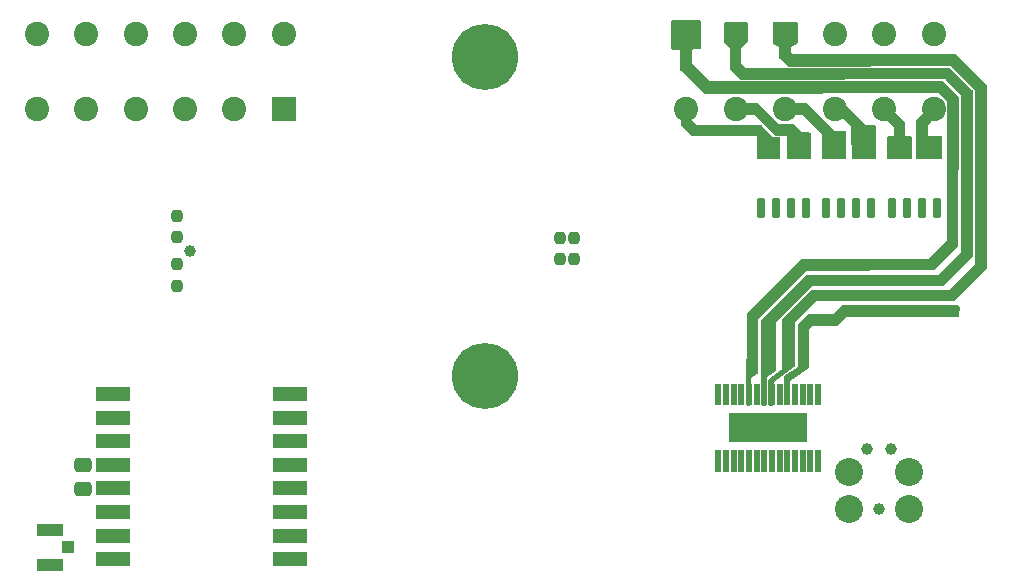
<source format=gbr>
%TF.GenerationSoftware,KiCad,Pcbnew,(6.0.2)*%
%TF.CreationDate,2022-04-26T10:25:04-06:00*%
%TF.ProjectId,CONEPROJ,434f4e45-5052-44f4-9a2e-6b696361645f,rev?*%
%TF.SameCoordinates,Original*%
%TF.FileFunction,Soldermask,Bot*%
%TF.FilePolarity,Negative*%
%FSLAX46Y46*%
G04 Gerber Fmt 4.6, Leading zero omitted, Abs format (unit mm)*
G04 Created by KiCad (PCBNEW (6.0.2)) date 2022-04-26 10:25:04*
%MOMM*%
%LPD*%
G01*
G04 APERTURE LIST*
G04 Aperture macros list*
%AMRoundRect*
0 Rectangle with rounded corners*
0 $1 Rounding radius*
0 $2 $3 $4 $5 $6 $7 $8 $9 X,Y pos of 4 corners*
0 Add a 4 corners polygon primitive as box body*
4,1,4,$2,$3,$4,$5,$6,$7,$8,$9,$2,$3,0*
0 Add four circle primitives for the rounded corners*
1,1,$1+$1,$2,$3*
1,1,$1+$1,$4,$5*
1,1,$1+$1,$6,$7*
1,1,$1+$1,$8,$9*
0 Add four rect primitives between the rounded corners*
20,1,$1+$1,$2,$3,$4,$5,0*
20,1,$1+$1,$4,$5,$6,$7,0*
20,1,$1+$1,$6,$7,$8,$9,0*
20,1,$1+$1,$8,$9,$2,$3,0*%
G04 Aperture macros list end*
%ADD10C,0.010000*%
%ADD11C,5.600000*%
%ADD12C,2.374900*%
%ADD13C,0.990600*%
%ADD14R,2.056000X2.056000*%
%ADD15C,2.056000*%
%ADD16RoundRect,0.150000X0.150000X-0.725000X0.150000X0.725000X-0.150000X0.725000X-0.150000X-0.725000X0*%
%ADD17RoundRect,0.237500X-0.237500X0.250000X-0.237500X-0.250000X0.237500X-0.250000X0.237500X0.250000X0*%
%ADD18R,3.000000X1.200000*%
%ADD19RoundRect,0.250000X0.475000X-0.337500X0.475000X0.337500X-0.475000X0.337500X-0.475000X-0.337500X0*%
%ADD20C,1.000000*%
%ADD21R,2.200000X1.050000*%
%ADD22R,1.050000X1.000000*%
G04 APERTURE END LIST*
D10*
%TO.C,U4*%
X86480000Y-74652500D02*
X86480000Y-76392500D01*
X86480000Y-76392500D02*
X86920000Y-76392500D01*
X86920000Y-76392500D02*
X86920000Y-74652500D01*
X86920000Y-74652500D02*
X86480000Y-74652500D01*
G36*
X86920000Y-76392500D02*
G01*
X86480000Y-76392500D01*
X86480000Y-74652500D01*
X86920000Y-74652500D01*
X86920000Y-76392500D01*
G37*
X86920000Y-76392500D02*
X86480000Y-76392500D01*
X86480000Y-74652500D01*
X86920000Y-74652500D01*
X86920000Y-76392500D01*
X87780000Y-80252500D02*
X87780000Y-81992500D01*
X87780000Y-81992500D02*
X88220000Y-81992500D01*
X88220000Y-81992500D02*
X88220000Y-80252500D01*
X88220000Y-80252500D02*
X87780000Y-80252500D01*
G36*
X88220000Y-81992500D02*
G01*
X87780000Y-81992500D01*
X87780000Y-80252500D01*
X88220000Y-80252500D01*
X88220000Y-81992500D01*
G37*
X88220000Y-81992500D02*
X87780000Y-81992500D01*
X87780000Y-80252500D01*
X88220000Y-80252500D01*
X88220000Y-81992500D01*
X94280000Y-80252500D02*
X94280000Y-81992500D01*
X94280000Y-81992500D02*
X94720000Y-81992500D01*
X94720000Y-81992500D02*
X94720000Y-80252500D01*
X94720000Y-80252500D02*
X94280000Y-80252500D01*
G36*
X94720000Y-81992500D02*
G01*
X94280000Y-81992500D01*
X94280000Y-80252500D01*
X94720000Y-80252500D01*
X94720000Y-81992500D01*
G37*
X94720000Y-81992500D02*
X94280000Y-81992500D01*
X94280000Y-80252500D01*
X94720000Y-80252500D01*
X94720000Y-81992500D01*
X89730000Y-74652500D02*
X89730000Y-76392500D01*
X89730000Y-76392500D02*
X90170000Y-76392500D01*
X90170000Y-76392500D02*
X90170000Y-74652500D01*
X90170000Y-74652500D02*
X89730000Y-74652500D01*
G36*
X90170000Y-76392500D02*
G01*
X89730000Y-76392500D01*
X89730000Y-74652500D01*
X90170000Y-74652500D01*
X90170000Y-76392500D01*
G37*
X90170000Y-76392500D02*
X89730000Y-76392500D01*
X89730000Y-74652500D01*
X90170000Y-74652500D01*
X90170000Y-76392500D01*
X89730000Y-80252500D02*
X89730000Y-81992500D01*
X89730000Y-81992500D02*
X90170000Y-81992500D01*
X90170000Y-81992500D02*
X90170000Y-80252500D01*
X90170000Y-80252500D02*
X89730000Y-80252500D01*
G36*
X90170000Y-81992500D02*
G01*
X89730000Y-81992500D01*
X89730000Y-80252500D01*
X90170000Y-80252500D01*
X90170000Y-81992500D01*
G37*
X90170000Y-81992500D02*
X89730000Y-81992500D01*
X89730000Y-80252500D01*
X90170000Y-80252500D01*
X90170000Y-81992500D01*
X94930000Y-80252500D02*
X94930000Y-81992500D01*
X94930000Y-81992500D02*
X95370000Y-81992500D01*
X95370000Y-81992500D02*
X95370000Y-80252500D01*
X95370000Y-80252500D02*
X94930000Y-80252500D01*
G36*
X95370000Y-81992500D02*
G01*
X94930000Y-81992500D01*
X94930000Y-80252500D01*
X95370000Y-80252500D01*
X95370000Y-81992500D01*
G37*
X95370000Y-81992500D02*
X94930000Y-81992500D01*
X94930000Y-80252500D01*
X95370000Y-80252500D01*
X95370000Y-81992500D01*
X87695000Y-77122500D02*
X87695000Y-79522500D01*
X87695000Y-79522500D02*
X94155000Y-79522500D01*
X94155000Y-79522500D02*
X94155000Y-77122500D01*
X94155000Y-77122500D02*
X87695000Y-77122500D01*
G36*
X94155000Y-79522500D02*
G01*
X87695000Y-79522500D01*
X87695000Y-77122500D01*
X94155000Y-77122500D01*
X94155000Y-79522500D01*
G37*
X94155000Y-79522500D02*
X87695000Y-79522500D01*
X87695000Y-77122500D01*
X94155000Y-77122500D01*
X94155000Y-79522500D01*
X93630000Y-80252500D02*
X93630000Y-81992500D01*
X93630000Y-81992500D02*
X94070000Y-81992500D01*
X94070000Y-81992500D02*
X94070000Y-80252500D01*
X94070000Y-80252500D02*
X93630000Y-80252500D01*
G36*
X94070000Y-81992500D02*
G01*
X93630000Y-81992500D01*
X93630000Y-80252500D01*
X94070000Y-80252500D01*
X94070000Y-81992500D01*
G37*
X94070000Y-81992500D02*
X93630000Y-81992500D01*
X93630000Y-80252500D01*
X94070000Y-80252500D01*
X94070000Y-81992500D01*
X92980000Y-80252500D02*
X92980000Y-81992500D01*
X92980000Y-81992500D02*
X93420000Y-81992500D01*
X93420000Y-81992500D02*
X93420000Y-80252500D01*
X93420000Y-80252500D02*
X92980000Y-80252500D01*
G36*
X93420000Y-81992500D02*
G01*
X92980000Y-81992500D01*
X92980000Y-80252500D01*
X93420000Y-80252500D01*
X93420000Y-81992500D01*
G37*
X93420000Y-81992500D02*
X92980000Y-81992500D01*
X92980000Y-80252500D01*
X93420000Y-80252500D01*
X93420000Y-81992500D01*
X86480000Y-80252500D02*
X86480000Y-81992500D01*
X86480000Y-81992500D02*
X86920000Y-81992500D01*
X86920000Y-81992500D02*
X86920000Y-80252500D01*
X86920000Y-80252500D02*
X86480000Y-80252500D01*
G36*
X86920000Y-81992500D02*
G01*
X86480000Y-81992500D01*
X86480000Y-80252500D01*
X86920000Y-80252500D01*
X86920000Y-81992500D01*
G37*
X86920000Y-81992500D02*
X86480000Y-81992500D01*
X86480000Y-80252500D01*
X86920000Y-80252500D01*
X86920000Y-81992500D01*
X94930000Y-74652500D02*
X94930000Y-76392500D01*
X94930000Y-76392500D02*
X95370000Y-76392500D01*
X95370000Y-76392500D02*
X95370000Y-74652500D01*
X95370000Y-74652500D02*
X94930000Y-74652500D01*
G36*
X95370000Y-76392500D02*
G01*
X94930000Y-76392500D01*
X94930000Y-74652500D01*
X95370000Y-74652500D01*
X95370000Y-76392500D01*
G37*
X95370000Y-76392500D02*
X94930000Y-76392500D01*
X94930000Y-74652500D01*
X95370000Y-74652500D01*
X95370000Y-76392500D01*
X92330000Y-74652500D02*
X92330000Y-76392500D01*
X92330000Y-76392500D02*
X92770000Y-76392500D01*
X92770000Y-76392500D02*
X92770000Y-74652500D01*
X92770000Y-74652500D02*
X92330000Y-74652500D01*
G36*
X92770000Y-76392500D02*
G01*
X92330000Y-76392500D01*
X92330000Y-74652500D01*
X92770000Y-74652500D01*
X92770000Y-76392500D01*
G37*
X92770000Y-76392500D02*
X92330000Y-76392500D01*
X92330000Y-74652500D01*
X92770000Y-74652500D01*
X92770000Y-76392500D01*
X87130000Y-80252500D02*
X87130000Y-81992500D01*
X87130000Y-81992500D02*
X87570000Y-81992500D01*
X87570000Y-81992500D02*
X87570000Y-80252500D01*
X87570000Y-80252500D02*
X87130000Y-80252500D01*
G36*
X87570000Y-81992500D02*
G01*
X87130000Y-81992500D01*
X87130000Y-80252500D01*
X87570000Y-80252500D01*
X87570000Y-81992500D01*
G37*
X87570000Y-81992500D02*
X87130000Y-81992500D01*
X87130000Y-80252500D01*
X87570000Y-80252500D01*
X87570000Y-81992500D01*
X93630000Y-74652500D02*
X93630000Y-76392500D01*
X93630000Y-76392500D02*
X94070000Y-76392500D01*
X94070000Y-76392500D02*
X94070000Y-74652500D01*
X94070000Y-74652500D02*
X93630000Y-74652500D01*
G36*
X94070000Y-76392500D02*
G01*
X93630000Y-76392500D01*
X93630000Y-74652500D01*
X94070000Y-74652500D01*
X94070000Y-76392500D01*
G37*
X94070000Y-76392500D02*
X93630000Y-76392500D01*
X93630000Y-74652500D01*
X94070000Y-74652500D01*
X94070000Y-76392500D01*
X87130000Y-74652500D02*
X87130000Y-76392500D01*
X87130000Y-76392500D02*
X87570000Y-76392500D01*
X87570000Y-76392500D02*
X87570000Y-74652500D01*
X87570000Y-74652500D02*
X87130000Y-74652500D01*
G36*
X87570000Y-76392500D02*
G01*
X87130000Y-76392500D01*
X87130000Y-74652500D01*
X87570000Y-74652500D01*
X87570000Y-76392500D01*
G37*
X87570000Y-76392500D02*
X87130000Y-76392500D01*
X87130000Y-74652500D01*
X87570000Y-74652500D01*
X87570000Y-76392500D01*
X94280000Y-74652500D02*
X94280000Y-76392500D01*
X94280000Y-76392500D02*
X94720000Y-76392500D01*
X94720000Y-76392500D02*
X94720000Y-74652500D01*
X94720000Y-74652500D02*
X94280000Y-74652500D01*
G36*
X94720000Y-76392500D02*
G01*
X94280000Y-76392500D01*
X94280000Y-74652500D01*
X94720000Y-74652500D01*
X94720000Y-76392500D01*
G37*
X94720000Y-76392500D02*
X94280000Y-76392500D01*
X94280000Y-74652500D01*
X94720000Y-74652500D01*
X94720000Y-76392500D01*
X91030000Y-74652500D02*
X91030000Y-76392500D01*
X91030000Y-76392500D02*
X91470000Y-76392500D01*
X91470000Y-76392500D02*
X91470000Y-74652500D01*
X91470000Y-74652500D02*
X91030000Y-74652500D01*
G36*
X91470000Y-76392500D02*
G01*
X91030000Y-76392500D01*
X91030000Y-74652500D01*
X91470000Y-74652500D01*
X91470000Y-76392500D01*
G37*
X91470000Y-76392500D02*
X91030000Y-76392500D01*
X91030000Y-74652500D01*
X91470000Y-74652500D01*
X91470000Y-76392500D01*
X90380000Y-74652500D02*
X90380000Y-76392500D01*
X90380000Y-76392500D02*
X90820000Y-76392500D01*
X90820000Y-76392500D02*
X90820000Y-74652500D01*
X90820000Y-74652500D02*
X90380000Y-74652500D01*
G36*
X90820000Y-76392500D02*
G01*
X90380000Y-76392500D01*
X90380000Y-74652500D01*
X90820000Y-74652500D01*
X90820000Y-76392500D01*
G37*
X90820000Y-76392500D02*
X90380000Y-76392500D01*
X90380000Y-74652500D01*
X90820000Y-74652500D01*
X90820000Y-76392500D01*
X92330000Y-80252500D02*
X92330000Y-81992500D01*
X92330000Y-81992500D02*
X92770000Y-81992500D01*
X92770000Y-81992500D02*
X92770000Y-80252500D01*
X92770000Y-80252500D02*
X92330000Y-80252500D01*
G36*
X92770000Y-81992500D02*
G01*
X92330000Y-81992500D01*
X92330000Y-80252500D01*
X92770000Y-80252500D01*
X92770000Y-81992500D01*
G37*
X92770000Y-81992500D02*
X92330000Y-81992500D01*
X92330000Y-80252500D01*
X92770000Y-80252500D01*
X92770000Y-81992500D01*
X87780000Y-74652500D02*
X87780000Y-76392500D01*
X87780000Y-76392500D02*
X88220000Y-76392500D01*
X88220000Y-76392500D02*
X88220000Y-74652500D01*
X88220000Y-74652500D02*
X87780000Y-74652500D01*
G36*
X88220000Y-76392500D02*
G01*
X87780000Y-76392500D01*
X87780000Y-74652500D01*
X88220000Y-74652500D01*
X88220000Y-76392500D01*
G37*
X88220000Y-76392500D02*
X87780000Y-76392500D01*
X87780000Y-74652500D01*
X88220000Y-74652500D01*
X88220000Y-76392500D01*
X92980000Y-74652500D02*
X92980000Y-76392500D01*
X92980000Y-76392500D02*
X93420000Y-76392500D01*
X93420000Y-76392500D02*
X93420000Y-74652500D01*
X93420000Y-74652500D02*
X92980000Y-74652500D01*
G36*
X93420000Y-76392500D02*
G01*
X92980000Y-76392500D01*
X92980000Y-74652500D01*
X93420000Y-74652500D01*
X93420000Y-76392500D01*
G37*
X93420000Y-76392500D02*
X92980000Y-76392500D01*
X92980000Y-74652500D01*
X93420000Y-74652500D01*
X93420000Y-76392500D01*
X88430000Y-80252500D02*
X88430000Y-81992500D01*
X88430000Y-81992500D02*
X88870000Y-81992500D01*
X88870000Y-81992500D02*
X88870000Y-80252500D01*
X88870000Y-80252500D02*
X88430000Y-80252500D01*
G36*
X88870000Y-81992500D02*
G01*
X88430000Y-81992500D01*
X88430000Y-80252500D01*
X88870000Y-80252500D01*
X88870000Y-81992500D01*
G37*
X88870000Y-81992500D02*
X88430000Y-81992500D01*
X88430000Y-80252500D01*
X88870000Y-80252500D01*
X88870000Y-81992500D01*
X89080000Y-80252500D02*
X89080000Y-81992500D01*
X89080000Y-81992500D02*
X89520000Y-81992500D01*
X89520000Y-81992500D02*
X89520000Y-80252500D01*
X89520000Y-80252500D02*
X89080000Y-80252500D01*
G36*
X89520000Y-81992500D02*
G01*
X89080000Y-81992500D01*
X89080000Y-80252500D01*
X89520000Y-80252500D01*
X89520000Y-81992500D01*
G37*
X89520000Y-81992500D02*
X89080000Y-81992500D01*
X89080000Y-80252500D01*
X89520000Y-80252500D01*
X89520000Y-81992500D01*
X91680000Y-74652500D02*
X91680000Y-76392500D01*
X91680000Y-76392500D02*
X92120000Y-76392500D01*
X92120000Y-76392500D02*
X92120000Y-74652500D01*
X92120000Y-74652500D02*
X91680000Y-74652500D01*
G36*
X92120000Y-76392500D02*
G01*
X91680000Y-76392500D01*
X91680000Y-74652500D01*
X92120000Y-74652500D01*
X92120000Y-76392500D01*
G37*
X92120000Y-76392500D02*
X91680000Y-76392500D01*
X91680000Y-74652500D01*
X92120000Y-74652500D01*
X92120000Y-76392500D01*
X91030000Y-80252500D02*
X91030000Y-81992500D01*
X91030000Y-81992500D02*
X91470000Y-81992500D01*
X91470000Y-81992500D02*
X91470000Y-80252500D01*
X91470000Y-80252500D02*
X91030000Y-80252500D01*
G36*
X91470000Y-81992500D02*
G01*
X91030000Y-81992500D01*
X91030000Y-80252500D01*
X91470000Y-80252500D01*
X91470000Y-81992500D01*
G37*
X91470000Y-81992500D02*
X91030000Y-81992500D01*
X91030000Y-80252500D01*
X91470000Y-80252500D01*
X91470000Y-81992500D01*
X88430000Y-74652500D02*
X88430000Y-76392500D01*
X88430000Y-76392500D02*
X88870000Y-76392500D01*
X88870000Y-76392500D02*
X88870000Y-74652500D01*
X88870000Y-74652500D02*
X88430000Y-74652500D01*
G36*
X88870000Y-76392500D02*
G01*
X88430000Y-76392500D01*
X88430000Y-74652500D01*
X88870000Y-74652500D01*
X88870000Y-76392500D01*
G37*
X88870000Y-76392500D02*
X88430000Y-76392500D01*
X88430000Y-74652500D01*
X88870000Y-74652500D01*
X88870000Y-76392500D01*
X91680000Y-80252500D02*
X91680000Y-81992500D01*
X91680000Y-81992500D02*
X92120000Y-81992500D01*
X92120000Y-81992500D02*
X92120000Y-80252500D01*
X92120000Y-80252500D02*
X91680000Y-80252500D01*
G36*
X92120000Y-81992500D02*
G01*
X91680000Y-81992500D01*
X91680000Y-80252500D01*
X92120000Y-80252500D01*
X92120000Y-81992500D01*
G37*
X92120000Y-81992500D02*
X91680000Y-81992500D01*
X91680000Y-80252500D01*
X92120000Y-80252500D01*
X92120000Y-81992500D01*
X90380000Y-80252500D02*
X90380000Y-81992500D01*
X90380000Y-81992500D02*
X90820000Y-81992500D01*
X90820000Y-81992500D02*
X90820000Y-80252500D01*
X90820000Y-80252500D02*
X90380000Y-80252500D01*
G36*
X90820000Y-81992500D02*
G01*
X90380000Y-81992500D01*
X90380000Y-80252500D01*
X90820000Y-80252500D01*
X90820000Y-81992500D01*
G37*
X90820000Y-81992500D02*
X90380000Y-81992500D01*
X90380000Y-80252500D01*
X90820000Y-80252500D01*
X90820000Y-81992500D01*
X89080000Y-74652500D02*
X89080000Y-76392500D01*
X89080000Y-76392500D02*
X89520000Y-76392500D01*
X89520000Y-76392500D02*
X89520000Y-74652500D01*
X89520000Y-74652500D02*
X89080000Y-74652500D01*
G36*
X89520000Y-76392500D02*
G01*
X89080000Y-76392500D01*
X89080000Y-74652500D01*
X89520000Y-74652500D01*
X89520000Y-76392500D01*
G37*
X89520000Y-76392500D02*
X89080000Y-76392500D01*
X89080000Y-74652500D01*
X89520000Y-74652500D01*
X89520000Y-76392500D01*
%TD*%
D11*
%TO.C,H304*%
X67000000Y-47000000D03*
%TD*%
D12*
%TO.C,J5*%
X97780000Y-82095000D03*
D13*
X101336000Y-80190000D03*
X100320000Y-85270000D03*
D12*
X97780000Y-85270000D03*
X102860000Y-82095000D03*
X102860000Y-85270000D03*
D13*
X99304000Y-80190000D03*
%TD*%
D14*
%TO.C,J4*%
X84025000Y-45040000D03*
D15*
X88215000Y-45040000D03*
X92405000Y-45040000D03*
X96595000Y-45040000D03*
X100785000Y-45040000D03*
X104975000Y-45040000D03*
X104975000Y-51390000D03*
X100785000Y-51390000D03*
X96595000Y-51390000D03*
X92405000Y-51390000D03*
X88215000Y-51390000D03*
X84025000Y-51390000D03*
D14*
X49975000Y-51390000D03*
D15*
X45785000Y-51390000D03*
X41595000Y-51390000D03*
X37405000Y-51390000D03*
X33215000Y-51390000D03*
X29025000Y-51390000D03*
X29025000Y-45040000D03*
X33215000Y-45040000D03*
X37405000Y-45040000D03*
X41595000Y-45040000D03*
X45785000Y-45040000D03*
X49975000Y-45040000D03*
%TD*%
D11*
%TO.C,H302*%
X67000000Y-74000000D03*
%TD*%
D16*
%TO.C,Q7*%
X94205000Y-59800000D03*
X92935000Y-59800000D03*
X91665000Y-59800000D03*
X90395000Y-59800000D03*
X90395000Y-54650000D03*
X91665000Y-54650000D03*
X92935000Y-54650000D03*
X94205000Y-54650000D03*
%TD*%
D17*
%TO.C,R8*%
X40895000Y-64537500D03*
X40895000Y-66362500D03*
%TD*%
D16*
%TO.C,Q5*%
X105255000Y-59800000D03*
X103985000Y-59800000D03*
X102715000Y-59800000D03*
X101445000Y-59800000D03*
X101445000Y-54650000D03*
X102715000Y-54650000D03*
X103985000Y-54650000D03*
X105255000Y-54650000D03*
%TD*%
D17*
%TO.C,R2*%
X40895000Y-60425000D03*
X40895000Y-62250000D03*
%TD*%
D18*
%TO.C,U310*%
X50480000Y-75500000D03*
X50480000Y-77500000D03*
X50480000Y-79500000D03*
X50480000Y-81500000D03*
X50480000Y-83500000D03*
X50480000Y-85500000D03*
X50480000Y-87500000D03*
X50480000Y-89500000D03*
X35480000Y-89500000D03*
X35480000Y-87500000D03*
X35480000Y-85500000D03*
X35480000Y-83500000D03*
X35480000Y-81500000D03*
X35480000Y-79500000D03*
X35480000Y-77500000D03*
X35480000Y-75500000D03*
%TD*%
D19*
%TO.C,C302*%
X32950000Y-83587500D03*
X32950000Y-81512500D03*
%TD*%
D17*
%TO.C,R12*%
X73376667Y-62292500D03*
X73376667Y-64117500D03*
%TD*%
D20*
%TO.C,TP2*%
X42020000Y-63400000D03*
%TD*%
D17*
%TO.C,R11*%
X74546667Y-62292500D03*
X74546667Y-64117500D03*
%TD*%
D16*
%TO.C,Q2*%
X99705000Y-59800000D03*
X98435000Y-59800000D03*
X97165000Y-59800000D03*
X95895000Y-59800000D03*
X95895000Y-54650000D03*
X97165000Y-54650000D03*
X98435000Y-54650000D03*
X99705000Y-54650000D03*
%TD*%
D21*
%TO.C,J304*%
X30175000Y-87025000D03*
D22*
X31700000Y-88500000D03*
D21*
X30175000Y-89975000D03*
%TD*%
G36*
X107119388Y-68020063D02*
G01*
X107165934Y-68073672D01*
X107177346Y-68128726D01*
X107162547Y-68846468D01*
X107141145Y-68914162D01*
X107086542Y-68959539D01*
X107036442Y-68969871D01*
X97608116Y-68960019D01*
X97582621Y-68967476D01*
X96867250Y-69692259D01*
X96805161Y-69726691D01*
X96776974Y-69729747D01*
X94748113Y-69720086D01*
X94722880Y-69727365D01*
X94452589Y-70006977D01*
X94440068Y-70030862D01*
X94459590Y-73164253D01*
X94440012Y-73232497D01*
X94406302Y-73267942D01*
X92804795Y-74399546D01*
X92790908Y-74417073D01*
X92789938Y-74421987D01*
X92780663Y-76211958D01*
X92760309Y-76279974D01*
X92706413Y-76326188D01*
X92651985Y-76337276D01*
X92432778Y-76332612D01*
X92365098Y-76311166D01*
X92319757Y-76256533D01*
X92309459Y-76207196D01*
X92300280Y-74123453D01*
X92319982Y-74055245D01*
X92350815Y-74021996D01*
X93475491Y-73180851D01*
X93489168Y-73162598D01*
X93489901Y-73158435D01*
X93460447Y-69702397D01*
X93479867Y-69634108D01*
X93496839Y-69612738D01*
X94293010Y-68807415D01*
X94355127Y-68773035D01*
X94382613Y-68770000D01*
X96411885Y-68770000D01*
X96437671Y-68762428D01*
X97163250Y-68046272D01*
X97225783Y-68012655D01*
X97251635Y-68009948D01*
X107051247Y-68000129D01*
X107119388Y-68020063D01*
G37*
G36*
X84442121Y-52100002D02*
G01*
X84488614Y-52153658D01*
X84500000Y-52206000D01*
X84500000Y-52321885D01*
X84507530Y-52347530D01*
X84907188Y-52747188D01*
X84930615Y-52759981D01*
X90386920Y-52750096D01*
X90455077Y-52769975D01*
X90477148Y-52787914D01*
X91397322Y-53727061D01*
X91420455Y-53740000D01*
X91864676Y-53740000D01*
X91932797Y-53760002D01*
X91979290Y-53813658D01*
X91990674Y-53865323D01*
X91999319Y-55473323D01*
X91979684Y-55541550D01*
X91926279Y-55588331D01*
X91873321Y-55600000D01*
X90126000Y-55600000D01*
X90057879Y-55579998D01*
X90011386Y-55526342D01*
X90000000Y-55474000D01*
X90000000Y-53718115D01*
X89995525Y-53702876D01*
X89994135Y-53701671D01*
X89986452Y-53700000D01*
X84611454Y-53700000D01*
X84543333Y-53679998D01*
X84523254Y-53663982D01*
X83587800Y-52747051D01*
X83553153Y-52685082D01*
X83550000Y-52657069D01*
X83550000Y-52206000D01*
X83570002Y-52137879D01*
X83623658Y-52091386D01*
X83676000Y-52080000D01*
X84374000Y-52080000D01*
X84442121Y-52100002D01*
G37*
G36*
X93420759Y-44030002D02*
G01*
X93467252Y-44083658D01*
X93478631Y-44137355D01*
X93461536Y-45727156D01*
X93440802Y-45795058D01*
X93397361Y-45835594D01*
X92925787Y-46101111D01*
X92912698Y-46114545D01*
X92910000Y-46125411D01*
X92910000Y-46571885D01*
X92917761Y-46598315D01*
X93037639Y-46726756D01*
X93060023Y-46740000D01*
X106788087Y-46740000D01*
X106856208Y-46760002D01*
X106876846Y-46776569D01*
X109462827Y-49343106D01*
X109497087Y-49405289D01*
X109500068Y-49432374D01*
X109519932Y-64777584D01*
X109500018Y-64845730D01*
X109482870Y-64866999D01*
X106716878Y-67623252D01*
X106654506Y-67657168D01*
X106627940Y-67660000D01*
X95048115Y-67660000D01*
X95022410Y-67667548D01*
X93252844Y-69427228D01*
X93239971Y-69450646D01*
X93230168Y-73097427D01*
X93209982Y-73165493D01*
X93180044Y-73197681D01*
X91494461Y-74469092D01*
X91480710Y-74487602D01*
X91480056Y-74491318D01*
X91489370Y-76363373D01*
X91469708Y-76431593D01*
X91416284Y-76478352D01*
X91363372Y-76490000D01*
X91086580Y-76490000D01*
X91018459Y-76469998D01*
X90971966Y-76416342D01*
X90960581Y-76363422D01*
X90969718Y-74371551D01*
X90990033Y-74303523D01*
X91018724Y-74272389D01*
X92095660Y-73441070D01*
X92109474Y-73422035D01*
X92109974Y-73419122D01*
X92100124Y-69282220D01*
X92119964Y-69214052D01*
X92136852Y-69193001D01*
X94583110Y-66737036D01*
X94645355Y-66702888D01*
X94672274Y-66699955D01*
X106271884Y-66690016D01*
X106297590Y-66682444D01*
X108507162Y-64482781D01*
X108519993Y-64459408D01*
X108510012Y-49798115D01*
X108502492Y-49772566D01*
X106492875Y-47782748D01*
X106469281Y-47770016D01*
X92699769Y-47789928D01*
X92631620Y-47770024D01*
X92613615Y-47756041D01*
X91940028Y-47127359D01*
X91903876Y-47066256D01*
X91900000Y-47035246D01*
X91900000Y-46128115D01*
X91894845Y-46110559D01*
X91886093Y-46102414D01*
X91415250Y-45845591D01*
X91365025Y-45795411D01*
X91349587Y-45735676D01*
X91340704Y-44136700D01*
X91360327Y-44068469D01*
X91413724Y-44021679D01*
X91466702Y-44010000D01*
X93352638Y-44010000D01*
X93420759Y-44030002D01*
G37*
G36*
X85231191Y-43850237D02*
G01*
X85277897Y-43903706D01*
X85289492Y-43957009D01*
X85280495Y-46206235D01*
X85260221Y-46274275D01*
X85206379Y-46320553D01*
X85156246Y-46331719D01*
X84578112Y-46339748D01*
X84562938Y-46344434D01*
X84561452Y-46346198D01*
X84560000Y-46353103D01*
X84560000Y-47551885D01*
X84567488Y-47577387D01*
X86027102Y-49017277D01*
X86050785Y-49030000D01*
X105728371Y-49030000D01*
X105796492Y-49050002D01*
X105816784Y-49066227D01*
X107062329Y-50292900D01*
X107096828Y-50354951D01*
X107099916Y-50382873D01*
X107080083Y-62847927D01*
X107059972Y-62916016D01*
X107043178Y-62936822D01*
X104986662Y-64993338D01*
X104924350Y-65027364D01*
X104898155Y-65030242D01*
X94258114Y-65079915D01*
X94232162Y-65087667D01*
X90112950Y-69117331D01*
X90100045Y-69140360D01*
X90119698Y-73680198D01*
X90099991Y-73748404D01*
X90060982Y-73787275D01*
X89565318Y-74100326D01*
X89551613Y-74115893D01*
X89549886Y-74123529D01*
X89531050Y-76365059D01*
X89510476Y-76433009D01*
X89456431Y-76479049D01*
X89405054Y-76490000D01*
X89217142Y-76490000D01*
X89149021Y-76469998D01*
X89102528Y-76416342D01*
X89091147Y-76362863D01*
X89159537Y-68781365D01*
X89180153Y-68713428D01*
X89196245Y-68693599D01*
X93753111Y-64117048D01*
X93815349Y-64082889D01*
X93842281Y-64079951D01*
X104541885Y-64070017D01*
X104567475Y-64062477D01*
X106117230Y-62502851D01*
X106130000Y-62479287D01*
X106130000Y-50748115D01*
X106122470Y-50722470D01*
X105442812Y-50042812D01*
X105419408Y-50030032D01*
X85651325Y-50089845D01*
X85583144Y-50070050D01*
X85563175Y-50054248D01*
X83577925Y-48126821D01*
X83542983Y-48065019D01*
X83539696Y-48037143D01*
X83530104Y-46368114D01*
X83525542Y-46352901D01*
X83523998Y-46351579D01*
X83516638Y-46350000D01*
X82896503Y-46350000D01*
X82828382Y-46329998D01*
X82781889Y-46276342D01*
X82770504Y-46223498D01*
X82779502Y-43964999D01*
X82799775Y-43896958D01*
X82853616Y-43850680D01*
X82904999Y-43839502D01*
X85162991Y-43830506D01*
X85231191Y-43850237D01*
G37*
G36*
X89202891Y-44040002D02*
G01*
X89249384Y-44093658D01*
X89260768Y-44145227D01*
X89269664Y-45595309D01*
X89250080Y-45663551D01*
X89230277Y-45687595D01*
X88723156Y-46167549D01*
X88710000Y-46190143D01*
X88710000Y-47541885D01*
X88717713Y-47568154D01*
X89047550Y-47916839D01*
X89070118Y-47929988D01*
X106269831Y-47910058D01*
X106337975Y-47929981D01*
X106356478Y-47944441D01*
X108250501Y-49732707D01*
X108286301Y-49794017D01*
X108290000Y-49824324D01*
X108290000Y-63828105D01*
X108269998Y-63896226D01*
X108253453Y-63916842D01*
X105846965Y-66342737D01*
X105784789Y-66377012D01*
X105757512Y-66380000D01*
X94668115Y-66380000D01*
X94642470Y-66387530D01*
X91642812Y-69387188D01*
X91630051Y-69410556D01*
X91649692Y-73446773D01*
X91630021Y-73514990D01*
X91599492Y-73548037D01*
X90854469Y-74109103D01*
X90840705Y-74127601D01*
X90840048Y-74131319D01*
X90849466Y-76363468D01*
X90829751Y-76431673D01*
X90776292Y-76478392D01*
X90723467Y-76490000D01*
X90495650Y-76490000D01*
X90427529Y-76469998D01*
X90381036Y-76416342D01*
X90369650Y-76364351D01*
X90350146Y-69372395D01*
X90369958Y-69304219D01*
X90387051Y-69282949D01*
X94213095Y-65456905D01*
X94275407Y-65422879D01*
X94302190Y-65420000D01*
X105401885Y-65420000D01*
X105427475Y-65412486D01*
X107317225Y-63512842D01*
X107329984Y-63489329D01*
X107310027Y-50188116D01*
X107302449Y-50162449D01*
X106022812Y-48882812D01*
X105999406Y-48870031D01*
X88722022Y-48919850D01*
X88653844Y-48900045D01*
X88633026Y-48883407D01*
X87737367Y-47996982D01*
X87703020Y-47934847D01*
X87700000Y-47907426D01*
X87700000Y-46198115D01*
X87692211Y-46171588D01*
X87233546Y-45676230D01*
X87201941Y-45612657D01*
X87200000Y-45590625D01*
X87200000Y-44146000D01*
X87220002Y-44077879D01*
X87273658Y-44031386D01*
X87326000Y-44020000D01*
X89134770Y-44020000D01*
X89202891Y-44040002D01*
G37*
G36*
X90205720Y-50930002D02*
G01*
X90226948Y-50947159D01*
X91927226Y-52657153D01*
X91950595Y-52670000D01*
X93058340Y-52670000D01*
X93126461Y-52690002D01*
X93146792Y-52706266D01*
X93797097Y-53347282D01*
X93821060Y-53360144D01*
X94455636Y-53368385D01*
X94523491Y-53389270D01*
X94569284Y-53443525D01*
X94580000Y-53494374D01*
X94580000Y-55504000D01*
X94559998Y-55572121D01*
X94506342Y-55618614D01*
X94454000Y-55630000D01*
X92694124Y-55630000D01*
X92626003Y-55609998D01*
X92579510Y-55556342D01*
X92568138Y-55505890D01*
X92540272Y-53648114D01*
X92535569Y-53632942D01*
X92533776Y-53631435D01*
X92526931Y-53630000D01*
X91602190Y-53630000D01*
X91534069Y-53609998D01*
X91513095Y-53593095D01*
X89802812Y-51882812D01*
X89779350Y-51870000D01*
X89046000Y-51870000D01*
X88977879Y-51849998D01*
X88931386Y-51796342D01*
X88920000Y-51744000D01*
X88920000Y-51036000D01*
X88940002Y-50967879D01*
X88993658Y-50921386D01*
X89046000Y-50910000D01*
X90137599Y-50910000D01*
X90205720Y-50930002D01*
G37*
G36*
X97535931Y-51020002D02*
G01*
X97556905Y-51036905D01*
X99267188Y-52747188D01*
X99290650Y-52760000D01*
X100002638Y-52760000D01*
X100070759Y-52780002D01*
X100117252Y-52833658D01*
X100128631Y-52887355D01*
X100120003Y-53689756D01*
X100120000Y-53690264D01*
X100120000Y-55494601D01*
X100099998Y-55562722D01*
X100046342Y-55609215D01*
X99994603Y-55620600D01*
X98154391Y-55629405D01*
X98086175Y-55609729D01*
X98039426Y-55556296D01*
X98027808Y-55505626D01*
X97990000Y-53360000D01*
X97980323Y-52818112D01*
X97972214Y-52792214D01*
X97322810Y-52142810D01*
X97297606Y-52129047D01*
X97247405Y-52078844D01*
X97232014Y-52016231D01*
X97247809Y-51123770D01*
X97269013Y-51056014D01*
X97323483Y-51010478D01*
X97373789Y-51000000D01*
X97467810Y-51000000D01*
X97535931Y-51020002D01*
G37*
G36*
X94285931Y-50930002D02*
G01*
X94306905Y-50946905D01*
X96607188Y-53247188D01*
X96630453Y-53259892D01*
X97463235Y-53251307D01*
X97531558Y-53270605D01*
X97578602Y-53323779D01*
X97590533Y-53376771D01*
X97599466Y-55502867D01*
X97579750Y-55571071D01*
X97526290Y-55617789D01*
X97472867Y-55629395D01*
X95625400Y-55620597D01*
X95557375Y-55600270D01*
X95511138Y-55546394D01*
X95500000Y-55494598D01*
X95500000Y-53508115D01*
X95492489Y-53482535D01*
X93882849Y-51882770D01*
X93859581Y-51870158D01*
X93337909Y-51878062D01*
X93269493Y-51859094D01*
X93222192Y-51806149D01*
X93210000Y-51752076D01*
X93210000Y-51036000D01*
X93230002Y-50967879D01*
X93283658Y-50921386D01*
X93336000Y-50910000D01*
X94217810Y-50910000D01*
X94285931Y-50930002D01*
G37*
G36*
X104142688Y-51770808D02*
G01*
X104167218Y-51782089D01*
X104738605Y-52123334D01*
X104786834Y-52175434D01*
X104800000Y-52231510D01*
X104800000Y-52366671D01*
X104779998Y-52434792D01*
X104761714Y-52457126D01*
X104483006Y-52727388D01*
X104470000Y-52750359D01*
X104470000Y-53651885D01*
X104474475Y-53667124D01*
X104475865Y-53668329D01*
X104483548Y-53670000D01*
X105584000Y-53670000D01*
X105652121Y-53690002D01*
X105698614Y-53743658D01*
X105710000Y-53796000D01*
X105710000Y-55504000D01*
X105689998Y-55572121D01*
X105636342Y-55618614D01*
X105584000Y-55630000D01*
X103635616Y-55630000D01*
X103567495Y-55609998D01*
X103521002Y-55556342D01*
X103509617Y-55504384D01*
X103500152Y-52399970D01*
X103519946Y-52331789D01*
X103534137Y-52313508D01*
X104010599Y-51804187D01*
X104071743Y-51768105D01*
X104142688Y-51770808D01*
G37*
G36*
X101744768Y-51689296D02*
G01*
X101788435Y-51717407D01*
X102522573Y-52443008D01*
X102556962Y-52505120D01*
X102560000Y-52532623D01*
X102560000Y-53651885D01*
X102564475Y-53667124D01*
X102565865Y-53668329D01*
X102573548Y-53670000D01*
X103004000Y-53670000D01*
X103072121Y-53690002D01*
X103118614Y-53743658D01*
X103130000Y-53796000D01*
X103130000Y-55494595D01*
X103109998Y-55562716D01*
X103056342Y-55609209D01*
X103004597Y-55620594D01*
X101147889Y-55629394D01*
X101079674Y-55609715D01*
X101032928Y-55556280D01*
X101021298Y-55502116D01*
X101038734Y-53784721D01*
X101059427Y-53716807D01*
X101113552Y-53670861D01*
X101164728Y-53660000D01*
X101571885Y-53660000D01*
X101587124Y-53655525D01*
X101588329Y-53654135D01*
X101590000Y-53646452D01*
X101590000Y-52888115D01*
X101582470Y-52862470D01*
X101109758Y-52389758D01*
X101075732Y-52327446D01*
X101080797Y-52256631D01*
X101110420Y-52210910D01*
X101611429Y-51717269D01*
X101673992Y-51683706D01*
X101744768Y-51689296D01*
G37*
M02*

</source>
